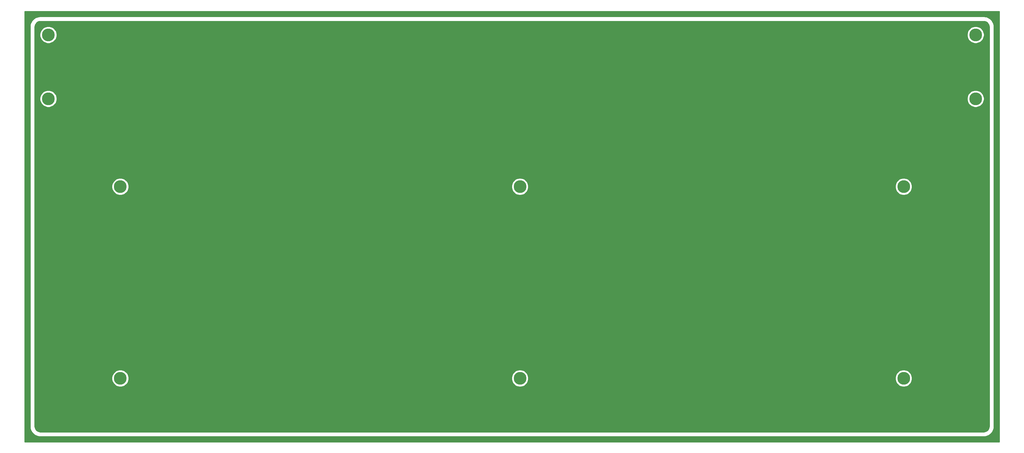
<source format=gbl>
G04 #@! TF.GenerationSoftware,KiCad,Pcbnew,(5.1.0-0)*
G04 #@! TF.CreationDate,2019-05-29T21:10:33+01:00*
G04 #@! TF.ProjectId,tartan_bottom,74617274-616e-45f6-926f-74746f6d2e6b,V1.0*
G04 #@! TF.SameCoordinates,Original*
G04 #@! TF.FileFunction,Copper,L2,Bot*
G04 #@! TF.FilePolarity,Positive*
%FSLAX46Y46*%
G04 Gerber Fmt 4.6, Leading zero omitted, Abs format (unit mm)*
G04 Created by KiCad (PCBNEW (5.1.0-0)) date 2019-05-29 21:10:33*
%MOMM*%
%LPD*%
G04 APERTURE LIST*
%ADD10C,3.800000*%
%ADD11C,0.254000*%
G04 APERTURE END LIST*
D10*
X71431250Y-95243750D03*
X50000000Y-69050000D03*
X50000000Y-50000000D03*
X326225000Y-69050000D03*
X326225000Y-50000000D03*
X71431250Y-152393750D03*
X304793750Y-95243750D03*
X304793750Y-152393750D03*
X190493750Y-95243750D03*
X190493750Y-152393750D03*
D11*
G36*
X333241750Y-171316750D02*
G01*
X42983250Y-171316750D01*
X42983250Y-47583874D01*
X44527500Y-47583874D01*
X44527501Y-166716127D01*
X44530583Y-166747423D01*
X44530480Y-166762223D01*
X44531447Y-166772089D01*
X44580025Y-167234282D01*
X44592966Y-167297326D01*
X44605023Y-167360530D01*
X44607888Y-167370020D01*
X44745316Y-167813974D01*
X44770230Y-167873242D01*
X44794358Y-167932961D01*
X44799012Y-167941714D01*
X45020053Y-168350521D01*
X45056038Y-168403870D01*
X45091274Y-168457718D01*
X45097540Y-168465400D01*
X45393776Y-168823487D01*
X45439431Y-168868823D01*
X45484460Y-168914806D01*
X45492098Y-168921125D01*
X45852244Y-169214853D01*
X45905860Y-169250476D01*
X45958942Y-169286822D01*
X45967654Y-169291533D01*
X45967659Y-169291536D01*
X45967664Y-169291538D01*
X46378002Y-169509718D01*
X46437472Y-169534230D01*
X46496644Y-169559591D01*
X46506114Y-169562522D01*
X46951016Y-169696846D01*
X47014154Y-169709347D01*
X47077086Y-169722724D01*
X47086945Y-169723760D01*
X47548959Y-169769061D01*
X47583873Y-169772500D01*
X328641127Y-169772500D01*
X328672432Y-169769417D01*
X328687223Y-169769520D01*
X328697089Y-169768553D01*
X329159282Y-169719975D01*
X329222326Y-169707034D01*
X329285530Y-169694977D01*
X329295020Y-169692112D01*
X329738974Y-169554684D01*
X329798242Y-169529770D01*
X329857961Y-169505642D01*
X329866714Y-169500988D01*
X330275521Y-169279947D01*
X330328870Y-169243962D01*
X330382718Y-169208726D01*
X330390400Y-169202460D01*
X330748487Y-168906224D01*
X330793823Y-168860569D01*
X330839806Y-168815540D01*
X330846125Y-168807902D01*
X331139853Y-168447756D01*
X331175476Y-168394140D01*
X331211822Y-168341058D01*
X331216533Y-168332346D01*
X331216536Y-168332341D01*
X331216538Y-168332336D01*
X331434718Y-167921998D01*
X331459230Y-167862528D01*
X331484591Y-167803356D01*
X331487522Y-167793886D01*
X331621846Y-167348984D01*
X331634347Y-167285846D01*
X331647724Y-167222914D01*
X331648760Y-167213055D01*
X331694111Y-166750535D01*
X331697500Y-166716127D01*
X331697500Y-47583873D01*
X331694417Y-47552568D01*
X331694520Y-47537778D01*
X331693553Y-47527912D01*
X331644975Y-47065718D01*
X331632034Y-47002674D01*
X331619977Y-46939470D01*
X331617112Y-46929980D01*
X331479685Y-46486026D01*
X331454757Y-46426725D01*
X331430642Y-46367039D01*
X331425988Y-46358286D01*
X331204947Y-45949479D01*
X331168961Y-45896128D01*
X331133726Y-45842283D01*
X331127460Y-45834601D01*
X330831224Y-45476513D01*
X330785553Y-45431160D01*
X330740540Y-45385194D01*
X330732901Y-45378875D01*
X330372756Y-45085146D01*
X330319178Y-45049549D01*
X330266058Y-45013177D01*
X330257338Y-45008463D01*
X329846998Y-44790282D01*
X329787516Y-44765765D01*
X329728356Y-44740409D01*
X329718886Y-44737478D01*
X329273983Y-44603154D01*
X329210853Y-44590654D01*
X329147914Y-44577276D01*
X329138055Y-44576240D01*
X328676266Y-44530961D01*
X328641127Y-44527500D01*
X47583873Y-44527500D01*
X47552568Y-44530583D01*
X47537778Y-44530480D01*
X47527912Y-44531447D01*
X47065718Y-44580025D01*
X47002674Y-44592966D01*
X46939470Y-44605023D01*
X46929980Y-44607888D01*
X46486026Y-44745315D01*
X46426725Y-44770243D01*
X46367039Y-44794358D01*
X46358286Y-44799012D01*
X45949479Y-45020053D01*
X45896128Y-45056039D01*
X45842283Y-45091274D01*
X45834601Y-45097540D01*
X45476513Y-45393776D01*
X45431160Y-45439447D01*
X45385194Y-45484460D01*
X45378875Y-45492099D01*
X45085146Y-45852244D01*
X45049549Y-45905822D01*
X45013177Y-45958942D01*
X45008463Y-45967662D01*
X44790282Y-46378002D01*
X44765765Y-46437484D01*
X44740409Y-46496644D01*
X44737478Y-46506114D01*
X44603154Y-46951017D01*
X44590654Y-47014147D01*
X44577276Y-47077086D01*
X44576240Y-47086945D01*
X44530939Y-47548960D01*
X44527500Y-47583874D01*
X42983250Y-47583874D01*
X42983250Y-42983250D01*
X333241750Y-42983250D01*
X333241750Y-171316750D01*
X333241750Y-171316750D01*
G37*
X333241750Y-171316750D02*
X42983250Y-171316750D01*
X42983250Y-47583874D01*
X44527500Y-47583874D01*
X44527501Y-166716127D01*
X44530583Y-166747423D01*
X44530480Y-166762223D01*
X44531447Y-166772089D01*
X44580025Y-167234282D01*
X44592966Y-167297326D01*
X44605023Y-167360530D01*
X44607888Y-167370020D01*
X44745316Y-167813974D01*
X44770230Y-167873242D01*
X44794358Y-167932961D01*
X44799012Y-167941714D01*
X45020053Y-168350521D01*
X45056038Y-168403870D01*
X45091274Y-168457718D01*
X45097540Y-168465400D01*
X45393776Y-168823487D01*
X45439431Y-168868823D01*
X45484460Y-168914806D01*
X45492098Y-168921125D01*
X45852244Y-169214853D01*
X45905860Y-169250476D01*
X45958942Y-169286822D01*
X45967654Y-169291533D01*
X45967659Y-169291536D01*
X45967664Y-169291538D01*
X46378002Y-169509718D01*
X46437472Y-169534230D01*
X46496644Y-169559591D01*
X46506114Y-169562522D01*
X46951016Y-169696846D01*
X47014154Y-169709347D01*
X47077086Y-169722724D01*
X47086945Y-169723760D01*
X47548959Y-169769061D01*
X47583873Y-169772500D01*
X328641127Y-169772500D01*
X328672432Y-169769417D01*
X328687223Y-169769520D01*
X328697089Y-169768553D01*
X329159282Y-169719975D01*
X329222326Y-169707034D01*
X329285530Y-169694977D01*
X329295020Y-169692112D01*
X329738974Y-169554684D01*
X329798242Y-169529770D01*
X329857961Y-169505642D01*
X329866714Y-169500988D01*
X330275521Y-169279947D01*
X330328870Y-169243962D01*
X330382718Y-169208726D01*
X330390400Y-169202460D01*
X330748487Y-168906224D01*
X330793823Y-168860569D01*
X330839806Y-168815540D01*
X330846125Y-168807902D01*
X331139853Y-168447756D01*
X331175476Y-168394140D01*
X331211822Y-168341058D01*
X331216533Y-168332346D01*
X331216536Y-168332341D01*
X331216538Y-168332336D01*
X331434718Y-167921998D01*
X331459230Y-167862528D01*
X331484591Y-167803356D01*
X331487522Y-167793886D01*
X331621846Y-167348984D01*
X331634347Y-167285846D01*
X331647724Y-167222914D01*
X331648760Y-167213055D01*
X331694111Y-166750535D01*
X331697500Y-166716127D01*
X331697500Y-47583873D01*
X331694417Y-47552568D01*
X331694520Y-47537778D01*
X331693553Y-47527912D01*
X331644975Y-47065718D01*
X331632034Y-47002674D01*
X331619977Y-46939470D01*
X331617112Y-46929980D01*
X331479685Y-46486026D01*
X331454757Y-46426725D01*
X331430642Y-46367039D01*
X331425988Y-46358286D01*
X331204947Y-45949479D01*
X331168961Y-45896128D01*
X331133726Y-45842283D01*
X331127460Y-45834601D01*
X330831224Y-45476513D01*
X330785553Y-45431160D01*
X330740540Y-45385194D01*
X330732901Y-45378875D01*
X330372756Y-45085146D01*
X330319178Y-45049549D01*
X330266058Y-45013177D01*
X330257338Y-45008463D01*
X329846998Y-44790282D01*
X329787516Y-44765765D01*
X329728356Y-44740409D01*
X329718886Y-44737478D01*
X329273983Y-44603154D01*
X329210853Y-44590654D01*
X329147914Y-44577276D01*
X329138055Y-44576240D01*
X328676266Y-44530961D01*
X328641127Y-44527500D01*
X47583873Y-44527500D01*
X47552568Y-44530583D01*
X47537778Y-44530480D01*
X47527912Y-44531447D01*
X47065718Y-44580025D01*
X47002674Y-44592966D01*
X46939470Y-44605023D01*
X46929980Y-44607888D01*
X46486026Y-44745315D01*
X46426725Y-44770243D01*
X46367039Y-44794358D01*
X46358286Y-44799012D01*
X45949479Y-45020053D01*
X45896128Y-45056039D01*
X45842283Y-45091274D01*
X45834601Y-45097540D01*
X45476513Y-45393776D01*
X45431160Y-45439447D01*
X45385194Y-45484460D01*
X45378875Y-45492099D01*
X45085146Y-45852244D01*
X45049549Y-45905822D01*
X45013177Y-45958942D01*
X45008463Y-45967662D01*
X44790282Y-46378002D01*
X44765765Y-46437484D01*
X44740409Y-46496644D01*
X44737478Y-46506114D01*
X44603154Y-46951017D01*
X44590654Y-47014147D01*
X44577276Y-47077086D01*
X44576240Y-47086945D01*
X44530939Y-47548960D01*
X44527500Y-47583874D01*
X42983250Y-47583874D01*
X42983250Y-42983250D01*
X333241750Y-42983250D01*
X333241750Y-171316750D01*
G36*
X328930201Y-45982668D02*
G01*
X329241819Y-46076752D01*
X329529220Y-46229565D01*
X329781468Y-46435293D01*
X329988956Y-46686103D01*
X330143775Y-46972435D01*
X330240029Y-47283379D01*
X330277501Y-47639901D01*
X330277500Y-166646529D01*
X330242332Y-167005201D01*
X330148249Y-167316818D01*
X329995434Y-167604222D01*
X329789703Y-167856472D01*
X329538897Y-168063956D01*
X329252566Y-168218775D01*
X328941617Y-168315030D01*
X328585109Y-168352500D01*
X47653471Y-168352500D01*
X47294799Y-168317332D01*
X46983182Y-168223249D01*
X46695778Y-168070434D01*
X46443528Y-167864703D01*
X46236044Y-167613897D01*
X46081225Y-167327566D01*
X45984970Y-167016617D01*
X45947500Y-166660109D01*
X45947500Y-152144074D01*
X68896250Y-152144074D01*
X68896250Y-152643426D01*
X68993668Y-153133182D01*
X69184762Y-153594523D01*
X69462187Y-154009718D01*
X69815282Y-154362813D01*
X70230477Y-154640238D01*
X70691818Y-154831332D01*
X71181574Y-154928750D01*
X71680926Y-154928750D01*
X72170682Y-154831332D01*
X72632023Y-154640238D01*
X73047218Y-154362813D01*
X73400313Y-154009718D01*
X73677738Y-153594523D01*
X73868832Y-153133182D01*
X73966250Y-152643426D01*
X73966250Y-152144074D01*
X187958750Y-152144074D01*
X187958750Y-152643426D01*
X188056168Y-153133182D01*
X188247262Y-153594523D01*
X188524687Y-154009718D01*
X188877782Y-154362813D01*
X189292977Y-154640238D01*
X189754318Y-154831332D01*
X190244074Y-154928750D01*
X190743426Y-154928750D01*
X191233182Y-154831332D01*
X191694523Y-154640238D01*
X192109718Y-154362813D01*
X192462813Y-154009718D01*
X192740238Y-153594523D01*
X192931332Y-153133182D01*
X193028750Y-152643426D01*
X193028750Y-152144074D01*
X302258750Y-152144074D01*
X302258750Y-152643426D01*
X302356168Y-153133182D01*
X302547262Y-153594523D01*
X302824687Y-154009718D01*
X303177782Y-154362813D01*
X303592977Y-154640238D01*
X304054318Y-154831332D01*
X304544074Y-154928750D01*
X305043426Y-154928750D01*
X305533182Y-154831332D01*
X305994523Y-154640238D01*
X306409718Y-154362813D01*
X306762813Y-154009718D01*
X307040238Y-153594523D01*
X307231332Y-153133182D01*
X307328750Y-152643426D01*
X307328750Y-152144074D01*
X307231332Y-151654318D01*
X307040238Y-151192977D01*
X306762813Y-150777782D01*
X306409718Y-150424687D01*
X305994523Y-150147262D01*
X305533182Y-149956168D01*
X305043426Y-149858750D01*
X304544074Y-149858750D01*
X304054318Y-149956168D01*
X303592977Y-150147262D01*
X303177782Y-150424687D01*
X302824687Y-150777782D01*
X302547262Y-151192977D01*
X302356168Y-151654318D01*
X302258750Y-152144074D01*
X193028750Y-152144074D01*
X192931332Y-151654318D01*
X192740238Y-151192977D01*
X192462813Y-150777782D01*
X192109718Y-150424687D01*
X191694523Y-150147262D01*
X191233182Y-149956168D01*
X190743426Y-149858750D01*
X190244074Y-149858750D01*
X189754318Y-149956168D01*
X189292977Y-150147262D01*
X188877782Y-150424687D01*
X188524687Y-150777782D01*
X188247262Y-151192977D01*
X188056168Y-151654318D01*
X187958750Y-152144074D01*
X73966250Y-152144074D01*
X73868832Y-151654318D01*
X73677738Y-151192977D01*
X73400313Y-150777782D01*
X73047218Y-150424687D01*
X72632023Y-150147262D01*
X72170682Y-149956168D01*
X71680926Y-149858750D01*
X71181574Y-149858750D01*
X70691818Y-149956168D01*
X70230477Y-150147262D01*
X69815282Y-150424687D01*
X69462187Y-150777782D01*
X69184762Y-151192977D01*
X68993668Y-151654318D01*
X68896250Y-152144074D01*
X45947500Y-152144074D01*
X45947500Y-94994074D01*
X68896250Y-94994074D01*
X68896250Y-95493426D01*
X68993668Y-95983182D01*
X69184762Y-96444523D01*
X69462187Y-96859718D01*
X69815282Y-97212813D01*
X70230477Y-97490238D01*
X70691818Y-97681332D01*
X71181574Y-97778750D01*
X71680926Y-97778750D01*
X72170682Y-97681332D01*
X72632023Y-97490238D01*
X73047218Y-97212813D01*
X73400313Y-96859718D01*
X73677738Y-96444523D01*
X73868832Y-95983182D01*
X73966250Y-95493426D01*
X73966250Y-94994074D01*
X187958750Y-94994074D01*
X187958750Y-95493426D01*
X188056168Y-95983182D01*
X188247262Y-96444523D01*
X188524687Y-96859718D01*
X188877782Y-97212813D01*
X189292977Y-97490238D01*
X189754318Y-97681332D01*
X190244074Y-97778750D01*
X190743426Y-97778750D01*
X191233182Y-97681332D01*
X191694523Y-97490238D01*
X192109718Y-97212813D01*
X192462813Y-96859718D01*
X192740238Y-96444523D01*
X192931332Y-95983182D01*
X193028750Y-95493426D01*
X193028750Y-94994074D01*
X302258750Y-94994074D01*
X302258750Y-95493426D01*
X302356168Y-95983182D01*
X302547262Y-96444523D01*
X302824687Y-96859718D01*
X303177782Y-97212813D01*
X303592977Y-97490238D01*
X304054318Y-97681332D01*
X304544074Y-97778750D01*
X305043426Y-97778750D01*
X305533182Y-97681332D01*
X305994523Y-97490238D01*
X306409718Y-97212813D01*
X306762813Y-96859718D01*
X307040238Y-96444523D01*
X307231332Y-95983182D01*
X307328750Y-95493426D01*
X307328750Y-94994074D01*
X307231332Y-94504318D01*
X307040238Y-94042977D01*
X306762813Y-93627782D01*
X306409718Y-93274687D01*
X305994523Y-92997262D01*
X305533182Y-92806168D01*
X305043426Y-92708750D01*
X304544074Y-92708750D01*
X304054318Y-92806168D01*
X303592977Y-92997262D01*
X303177782Y-93274687D01*
X302824687Y-93627782D01*
X302547262Y-94042977D01*
X302356168Y-94504318D01*
X302258750Y-94994074D01*
X193028750Y-94994074D01*
X192931332Y-94504318D01*
X192740238Y-94042977D01*
X192462813Y-93627782D01*
X192109718Y-93274687D01*
X191694523Y-92997262D01*
X191233182Y-92806168D01*
X190743426Y-92708750D01*
X190244074Y-92708750D01*
X189754318Y-92806168D01*
X189292977Y-92997262D01*
X188877782Y-93274687D01*
X188524687Y-93627782D01*
X188247262Y-94042977D01*
X188056168Y-94504318D01*
X187958750Y-94994074D01*
X73966250Y-94994074D01*
X73868832Y-94504318D01*
X73677738Y-94042977D01*
X73400313Y-93627782D01*
X73047218Y-93274687D01*
X72632023Y-92997262D01*
X72170682Y-92806168D01*
X71680926Y-92708750D01*
X71181574Y-92708750D01*
X70691818Y-92806168D01*
X70230477Y-92997262D01*
X69815282Y-93274687D01*
X69462187Y-93627782D01*
X69184762Y-94042977D01*
X68993668Y-94504318D01*
X68896250Y-94994074D01*
X45947500Y-94994074D01*
X45947500Y-68800324D01*
X47465000Y-68800324D01*
X47465000Y-69299676D01*
X47562418Y-69789432D01*
X47753512Y-70250773D01*
X48030937Y-70665968D01*
X48384032Y-71019063D01*
X48799227Y-71296488D01*
X49260568Y-71487582D01*
X49750324Y-71585000D01*
X50249676Y-71585000D01*
X50739432Y-71487582D01*
X51200773Y-71296488D01*
X51615968Y-71019063D01*
X51969063Y-70665968D01*
X52246488Y-70250773D01*
X52437582Y-69789432D01*
X52535000Y-69299676D01*
X52535000Y-68800324D01*
X323690000Y-68800324D01*
X323690000Y-69299676D01*
X323787418Y-69789432D01*
X323978512Y-70250773D01*
X324255937Y-70665968D01*
X324609032Y-71019063D01*
X325024227Y-71296488D01*
X325485568Y-71487582D01*
X325975324Y-71585000D01*
X326474676Y-71585000D01*
X326964432Y-71487582D01*
X327425773Y-71296488D01*
X327840968Y-71019063D01*
X328194063Y-70665968D01*
X328471488Y-70250773D01*
X328662582Y-69789432D01*
X328760000Y-69299676D01*
X328760000Y-68800324D01*
X328662582Y-68310568D01*
X328471488Y-67849227D01*
X328194063Y-67434032D01*
X327840968Y-67080937D01*
X327425773Y-66803512D01*
X326964432Y-66612418D01*
X326474676Y-66515000D01*
X325975324Y-66515000D01*
X325485568Y-66612418D01*
X325024227Y-66803512D01*
X324609032Y-67080937D01*
X324255937Y-67434032D01*
X323978512Y-67849227D01*
X323787418Y-68310568D01*
X323690000Y-68800324D01*
X52535000Y-68800324D01*
X52437582Y-68310568D01*
X52246488Y-67849227D01*
X51969063Y-67434032D01*
X51615968Y-67080937D01*
X51200773Y-66803512D01*
X50739432Y-66612418D01*
X50249676Y-66515000D01*
X49750324Y-66515000D01*
X49260568Y-66612418D01*
X48799227Y-66803512D01*
X48384032Y-67080937D01*
X48030937Y-67434032D01*
X47753512Y-67849227D01*
X47562418Y-68310568D01*
X47465000Y-68800324D01*
X45947500Y-68800324D01*
X45947500Y-49750324D01*
X47465000Y-49750324D01*
X47465000Y-50249676D01*
X47562418Y-50739432D01*
X47753512Y-51200773D01*
X48030937Y-51615968D01*
X48384032Y-51969063D01*
X48799227Y-52246488D01*
X49260568Y-52437582D01*
X49750324Y-52535000D01*
X50249676Y-52535000D01*
X50739432Y-52437582D01*
X51200773Y-52246488D01*
X51615968Y-51969063D01*
X51969063Y-51615968D01*
X52246488Y-51200773D01*
X52437582Y-50739432D01*
X52535000Y-50249676D01*
X52535000Y-49750324D01*
X323690000Y-49750324D01*
X323690000Y-50249676D01*
X323787418Y-50739432D01*
X323978512Y-51200773D01*
X324255937Y-51615968D01*
X324609032Y-51969063D01*
X325024227Y-52246488D01*
X325485568Y-52437582D01*
X325975324Y-52535000D01*
X326474676Y-52535000D01*
X326964432Y-52437582D01*
X327425773Y-52246488D01*
X327840968Y-51969063D01*
X328194063Y-51615968D01*
X328471488Y-51200773D01*
X328662582Y-50739432D01*
X328760000Y-50249676D01*
X328760000Y-49750324D01*
X328662582Y-49260568D01*
X328471488Y-48799227D01*
X328194063Y-48384032D01*
X327840968Y-48030937D01*
X327425773Y-47753512D01*
X326964432Y-47562418D01*
X326474676Y-47465000D01*
X325975324Y-47465000D01*
X325485568Y-47562418D01*
X325024227Y-47753512D01*
X324609032Y-48030937D01*
X324255937Y-48384032D01*
X323978512Y-48799227D01*
X323787418Y-49260568D01*
X323690000Y-49750324D01*
X52535000Y-49750324D01*
X52437582Y-49260568D01*
X52246488Y-48799227D01*
X51969063Y-48384032D01*
X51615968Y-48030937D01*
X51200773Y-47753512D01*
X50739432Y-47562418D01*
X50249676Y-47465000D01*
X49750324Y-47465000D01*
X49260568Y-47562418D01*
X48799227Y-47753512D01*
X48384032Y-48030937D01*
X48030937Y-48384032D01*
X47753512Y-48799227D01*
X47562418Y-49260568D01*
X47465000Y-49750324D01*
X45947500Y-49750324D01*
X45947500Y-47653471D01*
X45982668Y-47294799D01*
X46076752Y-46983181D01*
X46229565Y-46695780D01*
X46435293Y-46443532D01*
X46686103Y-46236044D01*
X46972435Y-46081225D01*
X47283379Y-45984971D01*
X47639891Y-45947500D01*
X328571529Y-45947500D01*
X328930201Y-45982668D01*
X328930201Y-45982668D01*
G37*
X328930201Y-45982668D02*
X329241819Y-46076752D01*
X329529220Y-46229565D01*
X329781468Y-46435293D01*
X329988956Y-46686103D01*
X330143775Y-46972435D01*
X330240029Y-47283379D01*
X330277501Y-47639901D01*
X330277500Y-166646529D01*
X330242332Y-167005201D01*
X330148249Y-167316818D01*
X329995434Y-167604222D01*
X329789703Y-167856472D01*
X329538897Y-168063956D01*
X329252566Y-168218775D01*
X328941617Y-168315030D01*
X328585109Y-168352500D01*
X47653471Y-168352500D01*
X47294799Y-168317332D01*
X46983182Y-168223249D01*
X46695778Y-168070434D01*
X46443528Y-167864703D01*
X46236044Y-167613897D01*
X46081225Y-167327566D01*
X45984970Y-167016617D01*
X45947500Y-166660109D01*
X45947500Y-152144074D01*
X68896250Y-152144074D01*
X68896250Y-152643426D01*
X68993668Y-153133182D01*
X69184762Y-153594523D01*
X69462187Y-154009718D01*
X69815282Y-154362813D01*
X70230477Y-154640238D01*
X70691818Y-154831332D01*
X71181574Y-154928750D01*
X71680926Y-154928750D01*
X72170682Y-154831332D01*
X72632023Y-154640238D01*
X73047218Y-154362813D01*
X73400313Y-154009718D01*
X73677738Y-153594523D01*
X73868832Y-153133182D01*
X73966250Y-152643426D01*
X73966250Y-152144074D01*
X187958750Y-152144074D01*
X187958750Y-152643426D01*
X188056168Y-153133182D01*
X188247262Y-153594523D01*
X188524687Y-154009718D01*
X188877782Y-154362813D01*
X189292977Y-154640238D01*
X189754318Y-154831332D01*
X190244074Y-154928750D01*
X190743426Y-154928750D01*
X191233182Y-154831332D01*
X191694523Y-154640238D01*
X192109718Y-154362813D01*
X192462813Y-154009718D01*
X192740238Y-153594523D01*
X192931332Y-153133182D01*
X193028750Y-152643426D01*
X193028750Y-152144074D01*
X302258750Y-152144074D01*
X302258750Y-152643426D01*
X302356168Y-153133182D01*
X302547262Y-153594523D01*
X302824687Y-154009718D01*
X303177782Y-154362813D01*
X303592977Y-154640238D01*
X304054318Y-154831332D01*
X304544074Y-154928750D01*
X305043426Y-154928750D01*
X305533182Y-154831332D01*
X305994523Y-154640238D01*
X306409718Y-154362813D01*
X306762813Y-154009718D01*
X307040238Y-153594523D01*
X307231332Y-153133182D01*
X307328750Y-152643426D01*
X307328750Y-152144074D01*
X307231332Y-151654318D01*
X307040238Y-151192977D01*
X306762813Y-150777782D01*
X306409718Y-150424687D01*
X305994523Y-150147262D01*
X305533182Y-149956168D01*
X305043426Y-149858750D01*
X304544074Y-149858750D01*
X304054318Y-149956168D01*
X303592977Y-150147262D01*
X303177782Y-150424687D01*
X302824687Y-150777782D01*
X302547262Y-151192977D01*
X302356168Y-151654318D01*
X302258750Y-152144074D01*
X193028750Y-152144074D01*
X192931332Y-151654318D01*
X192740238Y-151192977D01*
X192462813Y-150777782D01*
X192109718Y-150424687D01*
X191694523Y-150147262D01*
X191233182Y-149956168D01*
X190743426Y-149858750D01*
X190244074Y-149858750D01*
X189754318Y-149956168D01*
X189292977Y-150147262D01*
X188877782Y-150424687D01*
X188524687Y-150777782D01*
X188247262Y-151192977D01*
X188056168Y-151654318D01*
X187958750Y-152144074D01*
X73966250Y-152144074D01*
X73868832Y-151654318D01*
X73677738Y-151192977D01*
X73400313Y-150777782D01*
X73047218Y-150424687D01*
X72632023Y-150147262D01*
X72170682Y-149956168D01*
X71680926Y-149858750D01*
X71181574Y-149858750D01*
X70691818Y-149956168D01*
X70230477Y-150147262D01*
X69815282Y-150424687D01*
X69462187Y-150777782D01*
X69184762Y-151192977D01*
X68993668Y-151654318D01*
X68896250Y-152144074D01*
X45947500Y-152144074D01*
X45947500Y-94994074D01*
X68896250Y-94994074D01*
X68896250Y-95493426D01*
X68993668Y-95983182D01*
X69184762Y-96444523D01*
X69462187Y-96859718D01*
X69815282Y-97212813D01*
X70230477Y-97490238D01*
X70691818Y-97681332D01*
X71181574Y-97778750D01*
X71680926Y-97778750D01*
X72170682Y-97681332D01*
X72632023Y-97490238D01*
X73047218Y-97212813D01*
X73400313Y-96859718D01*
X73677738Y-96444523D01*
X73868832Y-95983182D01*
X73966250Y-95493426D01*
X73966250Y-94994074D01*
X187958750Y-94994074D01*
X187958750Y-95493426D01*
X188056168Y-95983182D01*
X188247262Y-96444523D01*
X188524687Y-96859718D01*
X188877782Y-97212813D01*
X189292977Y-97490238D01*
X189754318Y-97681332D01*
X190244074Y-97778750D01*
X190743426Y-97778750D01*
X191233182Y-97681332D01*
X191694523Y-97490238D01*
X192109718Y-97212813D01*
X192462813Y-96859718D01*
X192740238Y-96444523D01*
X192931332Y-95983182D01*
X193028750Y-95493426D01*
X193028750Y-94994074D01*
X302258750Y-94994074D01*
X302258750Y-95493426D01*
X302356168Y-95983182D01*
X302547262Y-96444523D01*
X302824687Y-96859718D01*
X303177782Y-97212813D01*
X303592977Y-97490238D01*
X304054318Y-97681332D01*
X304544074Y-97778750D01*
X305043426Y-97778750D01*
X305533182Y-97681332D01*
X305994523Y-97490238D01*
X306409718Y-97212813D01*
X306762813Y-96859718D01*
X307040238Y-96444523D01*
X307231332Y-95983182D01*
X307328750Y-95493426D01*
X307328750Y-94994074D01*
X307231332Y-94504318D01*
X307040238Y-94042977D01*
X306762813Y-93627782D01*
X306409718Y-93274687D01*
X305994523Y-92997262D01*
X305533182Y-92806168D01*
X305043426Y-92708750D01*
X304544074Y-92708750D01*
X304054318Y-92806168D01*
X303592977Y-92997262D01*
X303177782Y-93274687D01*
X302824687Y-93627782D01*
X302547262Y-94042977D01*
X302356168Y-94504318D01*
X302258750Y-94994074D01*
X193028750Y-94994074D01*
X192931332Y-94504318D01*
X192740238Y-94042977D01*
X192462813Y-93627782D01*
X192109718Y-93274687D01*
X191694523Y-92997262D01*
X191233182Y-92806168D01*
X190743426Y-92708750D01*
X190244074Y-92708750D01*
X189754318Y-92806168D01*
X189292977Y-92997262D01*
X188877782Y-93274687D01*
X188524687Y-93627782D01*
X188247262Y-94042977D01*
X188056168Y-94504318D01*
X187958750Y-94994074D01*
X73966250Y-94994074D01*
X73868832Y-94504318D01*
X73677738Y-94042977D01*
X73400313Y-93627782D01*
X73047218Y-93274687D01*
X72632023Y-92997262D01*
X72170682Y-92806168D01*
X71680926Y-92708750D01*
X71181574Y-92708750D01*
X70691818Y-92806168D01*
X70230477Y-92997262D01*
X69815282Y-93274687D01*
X69462187Y-93627782D01*
X69184762Y-94042977D01*
X68993668Y-94504318D01*
X68896250Y-94994074D01*
X45947500Y-94994074D01*
X45947500Y-68800324D01*
X47465000Y-68800324D01*
X47465000Y-69299676D01*
X47562418Y-69789432D01*
X47753512Y-70250773D01*
X48030937Y-70665968D01*
X48384032Y-71019063D01*
X48799227Y-71296488D01*
X49260568Y-71487582D01*
X49750324Y-71585000D01*
X50249676Y-71585000D01*
X50739432Y-71487582D01*
X51200773Y-71296488D01*
X51615968Y-71019063D01*
X51969063Y-70665968D01*
X52246488Y-70250773D01*
X52437582Y-69789432D01*
X52535000Y-69299676D01*
X52535000Y-68800324D01*
X323690000Y-68800324D01*
X323690000Y-69299676D01*
X323787418Y-69789432D01*
X323978512Y-70250773D01*
X324255937Y-70665968D01*
X324609032Y-71019063D01*
X325024227Y-71296488D01*
X325485568Y-71487582D01*
X325975324Y-71585000D01*
X326474676Y-71585000D01*
X326964432Y-71487582D01*
X327425773Y-71296488D01*
X327840968Y-71019063D01*
X328194063Y-70665968D01*
X328471488Y-70250773D01*
X328662582Y-69789432D01*
X328760000Y-69299676D01*
X328760000Y-68800324D01*
X328662582Y-68310568D01*
X328471488Y-67849227D01*
X328194063Y-67434032D01*
X327840968Y-67080937D01*
X327425773Y-66803512D01*
X326964432Y-66612418D01*
X326474676Y-66515000D01*
X325975324Y-66515000D01*
X325485568Y-66612418D01*
X325024227Y-66803512D01*
X324609032Y-67080937D01*
X324255937Y-67434032D01*
X323978512Y-67849227D01*
X323787418Y-68310568D01*
X323690000Y-68800324D01*
X52535000Y-68800324D01*
X52437582Y-68310568D01*
X52246488Y-67849227D01*
X51969063Y-67434032D01*
X51615968Y-67080937D01*
X51200773Y-66803512D01*
X50739432Y-66612418D01*
X50249676Y-66515000D01*
X49750324Y-66515000D01*
X49260568Y-66612418D01*
X48799227Y-66803512D01*
X48384032Y-67080937D01*
X48030937Y-67434032D01*
X47753512Y-67849227D01*
X47562418Y-68310568D01*
X47465000Y-68800324D01*
X45947500Y-68800324D01*
X45947500Y-49750324D01*
X47465000Y-49750324D01*
X47465000Y-50249676D01*
X47562418Y-50739432D01*
X47753512Y-51200773D01*
X48030937Y-51615968D01*
X48384032Y-51969063D01*
X48799227Y-52246488D01*
X49260568Y-52437582D01*
X49750324Y-52535000D01*
X50249676Y-52535000D01*
X50739432Y-52437582D01*
X51200773Y-52246488D01*
X51615968Y-51969063D01*
X51969063Y-51615968D01*
X52246488Y-51200773D01*
X52437582Y-50739432D01*
X52535000Y-50249676D01*
X52535000Y-49750324D01*
X323690000Y-49750324D01*
X323690000Y-50249676D01*
X323787418Y-50739432D01*
X323978512Y-51200773D01*
X324255937Y-51615968D01*
X324609032Y-51969063D01*
X325024227Y-52246488D01*
X325485568Y-52437582D01*
X325975324Y-52535000D01*
X326474676Y-52535000D01*
X326964432Y-52437582D01*
X327425773Y-52246488D01*
X327840968Y-51969063D01*
X328194063Y-51615968D01*
X328471488Y-51200773D01*
X328662582Y-50739432D01*
X328760000Y-50249676D01*
X328760000Y-49750324D01*
X328662582Y-49260568D01*
X328471488Y-48799227D01*
X328194063Y-48384032D01*
X327840968Y-48030937D01*
X327425773Y-47753512D01*
X326964432Y-47562418D01*
X326474676Y-47465000D01*
X325975324Y-47465000D01*
X325485568Y-47562418D01*
X325024227Y-47753512D01*
X324609032Y-48030937D01*
X324255937Y-48384032D01*
X323978512Y-48799227D01*
X323787418Y-49260568D01*
X323690000Y-49750324D01*
X52535000Y-49750324D01*
X52437582Y-49260568D01*
X52246488Y-48799227D01*
X51969063Y-48384032D01*
X51615968Y-48030937D01*
X51200773Y-47753512D01*
X50739432Y-47562418D01*
X50249676Y-47465000D01*
X49750324Y-47465000D01*
X49260568Y-47562418D01*
X48799227Y-47753512D01*
X48384032Y-48030937D01*
X48030937Y-48384032D01*
X47753512Y-48799227D01*
X47562418Y-49260568D01*
X47465000Y-49750324D01*
X45947500Y-49750324D01*
X45947500Y-47653471D01*
X45982668Y-47294799D01*
X46076752Y-46983181D01*
X46229565Y-46695780D01*
X46435293Y-46443532D01*
X46686103Y-46236044D01*
X46972435Y-46081225D01*
X47283379Y-45984971D01*
X47639891Y-45947500D01*
X328571529Y-45947500D01*
X328930201Y-45982668D01*
M02*

</source>
